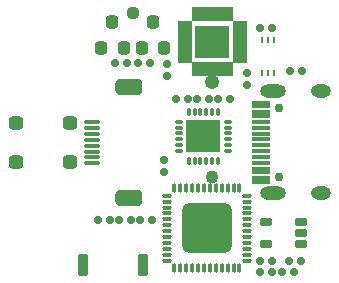
<source format=gts>
G04*
G04 #@! TF.GenerationSoftware,Altium Limited,Altium Designer,22.0.2 (36)*
G04*
G04 Layer_Color=8388736*
%FSLAX25Y25*%
%MOIN*%
G70*
G04*
G04 #@! TF.SameCoordinates,4AEEF1EB-5C28-47D6-87F3-BA9F17CF17F5*
G04*
G04*
G04 #@! TF.FilePolarity,Negative*
G04*
G01*
G75*
G04:AMPARAMS|DCode=31|XSize=21.65mil|YSize=9.84mil|CornerRadius=2.46mil|HoleSize=0mil|Usage=FLASHONLY|Rotation=270.000|XOffset=0mil|YOffset=0mil|HoleType=Round|Shape=RoundedRectangle|*
%AMROUNDEDRECTD31*
21,1,0.02165,0.00492,0,0,270.0*
21,1,0.01673,0.00984,0,0,270.0*
1,1,0.00492,-0.00246,-0.00837*
1,1,0.00492,-0.00246,0.00837*
1,1,0.00492,0.00246,0.00837*
1,1,0.00492,0.00246,-0.00837*
%
%ADD31ROUNDEDRECTD31*%
%ADD37C,0.04400*%
%ADD38R,0.11424X0.11030*%
G04:AMPARAMS|DCode=39|XSize=22mil|YSize=48mil|CornerRadius=8mil|HoleSize=0mil|Usage=FLASHONLY|Rotation=270.000|XOffset=0mil|YOffset=0mil|HoleType=Round|Shape=RoundedRectangle|*
%AMROUNDEDRECTD39*
21,1,0.02200,0.03200,0,0,270.0*
21,1,0.00600,0.04800,0,0,270.0*
1,1,0.01600,-0.01600,-0.00300*
1,1,0.01600,-0.01600,0.00300*
1,1,0.01600,0.01600,0.00300*
1,1,0.01600,0.01600,-0.00300*
%
%ADD39ROUNDEDRECTD39*%
G04:AMPARAMS|DCode=40|XSize=22mil|YSize=48mil|CornerRadius=8mil|HoleSize=0mil|Usage=FLASHONLY|Rotation=0.000|XOffset=0mil|YOffset=0mil|HoleType=Round|Shape=RoundedRectangle|*
%AMROUNDEDRECTD40*
21,1,0.02200,0.03200,0,0,0.0*
21,1,0.00600,0.04800,0,0,0.0*
1,1,0.01600,0.00300,-0.01600*
1,1,0.01600,-0.00300,-0.01600*
1,1,0.01600,-0.00300,0.01600*
1,1,0.01600,0.00300,0.01600*
%
%ADD40ROUNDEDRECTD40*%
G04:AMPARAMS|DCode=41|XSize=164mil|YSize=164mil|CornerRadius=18mil|HoleSize=0mil|Usage=FLASHONLY|Rotation=90.000|XOffset=0mil|YOffset=0mil|HoleType=Round|Shape=RoundedRectangle|*
%AMROUNDEDRECTD41*
21,1,0.16400,0.12800,0,0,90.0*
21,1,0.12800,0.16400,0,0,90.0*
1,1,0.03600,0.06400,0.06400*
1,1,0.03600,0.06400,-0.06400*
1,1,0.03600,-0.06400,-0.06400*
1,1,0.03600,-0.06400,0.06400*
%
%ADD41ROUNDEDRECTD41*%
G04:AMPARAMS|DCode=42|XSize=30.57mil|YSize=13.84mil|CornerRadius=4.46mil|HoleSize=0mil|Usage=FLASHONLY|Rotation=90.000|XOffset=0mil|YOffset=0mil|HoleType=Round|Shape=RoundedRectangle|*
%AMROUNDEDRECTD42*
21,1,0.03057,0.00492,0,0,90.0*
21,1,0.02165,0.01384,0,0,90.0*
1,1,0.00892,0.00246,0.01083*
1,1,0.00892,0.00246,-0.01083*
1,1,0.00892,-0.00246,-0.01083*
1,1,0.00892,-0.00246,0.01083*
%
%ADD42ROUNDEDRECTD42*%
G04:AMPARAMS|DCode=43|XSize=30.57mil|YSize=13.84mil|CornerRadius=4.46mil|HoleSize=0mil|Usage=FLASHONLY|Rotation=180.000|XOffset=0mil|YOffset=0mil|HoleType=Round|Shape=RoundedRectangle|*
%AMROUNDEDRECTD43*
21,1,0.03057,0.00492,0,0,180.0*
21,1,0.02165,0.01384,0,0,180.0*
1,1,0.00892,-0.01083,0.00246*
1,1,0.00892,0.01083,0.00246*
1,1,0.00892,0.01083,-0.00246*
1,1,0.00892,-0.01083,-0.00246*
%
%ADD43ROUNDEDRECTD43*%
%ADD44O,0.03156X0.01384*%
%ADD45O,0.01384X0.03156*%
G04:AMPARAMS|DCode=46|XSize=27.62mil|YSize=39mil|CornerRadius=7.91mil|HoleSize=0mil|Usage=FLASHONLY|Rotation=270.000|XOffset=0mil|YOffset=0mil|HoleType=Round|Shape=RoundedRectangle|*
%AMROUNDEDRECTD46*
21,1,0.02762,0.02319,0,0,270.0*
21,1,0.01181,0.03900,0,0,270.0*
1,1,0.01581,-0.01159,-0.00591*
1,1,0.01581,-0.01159,0.00591*
1,1,0.01581,0.01159,0.00591*
1,1,0.01581,0.01159,-0.00591*
%
%ADD46ROUNDEDRECTD46*%
G04:AMPARAMS|DCode=47|XSize=24mil|YSize=24mil|CornerRadius=7mil|HoleSize=0mil|Usage=FLASHONLY|Rotation=270.000|XOffset=0mil|YOffset=0mil|HoleType=Round|Shape=RoundedRectangle|*
%AMROUNDEDRECTD47*
21,1,0.02400,0.01000,0,0,270.0*
21,1,0.01000,0.02400,0,0,270.0*
1,1,0.01400,-0.00500,-0.00500*
1,1,0.01400,-0.00500,0.00500*
1,1,0.01400,0.00500,0.00500*
1,1,0.01400,0.00500,-0.00500*
%
%ADD47ROUNDEDRECTD47*%
G04:AMPARAMS|DCode=48|XSize=63.06mil|YSize=15.81mil|CornerRadius=4.95mil|HoleSize=0mil|Usage=FLASHONLY|Rotation=180.000|XOffset=0mil|YOffset=0mil|HoleType=Round|Shape=RoundedRectangle|*
%AMROUNDEDRECTD48*
21,1,0.06306,0.00591,0,0,180.0*
21,1,0.05315,0.01581,0,0,180.0*
1,1,0.00991,-0.02657,0.00295*
1,1,0.00991,0.02657,0.00295*
1,1,0.00991,0.02657,-0.00295*
1,1,0.00991,-0.02657,-0.00295*
%
%ADD48ROUNDEDRECTD48*%
G04:AMPARAMS|DCode=49|XSize=48mil|YSize=44mil|CornerRadius=12mil|HoleSize=0mil|Usage=FLASHONLY|Rotation=0.000|XOffset=0mil|YOffset=0mil|HoleType=Round|Shape=RoundedRectangle|*
%AMROUNDEDRECTD49*
21,1,0.04800,0.02000,0,0,0.0*
21,1,0.02400,0.04400,0,0,0.0*
1,1,0.02400,0.01200,-0.01000*
1,1,0.02400,-0.01200,-0.01000*
1,1,0.02400,-0.01200,0.01000*
1,1,0.02400,0.01200,0.01000*
%
%ADD49ROUNDEDRECTD49*%
G04:AMPARAMS|DCode=50|XSize=90mil|YSize=54mil|CornerRadius=14.5mil|HoleSize=0mil|Usage=FLASHONLY|Rotation=0.000|XOffset=0mil|YOffset=0mil|HoleType=Round|Shape=RoundedRectangle|*
%AMROUNDEDRECTD50*
21,1,0.09000,0.02500,0,0,0.0*
21,1,0.06100,0.05400,0,0,0.0*
1,1,0.02900,0.03050,-0.01250*
1,1,0.02900,-0.03050,-0.01250*
1,1,0.02900,-0.03050,0.01250*
1,1,0.02900,0.03050,0.01250*
%
%ADD50ROUNDEDRECTD50*%
G04:AMPARAMS|DCode=51|XSize=54mil|YSize=14mil|CornerRadius=4.5mil|HoleSize=0mil|Usage=FLASHONLY|Rotation=180.000|XOffset=0mil|YOffset=0mil|HoleType=Round|Shape=RoundedRectangle|*
%AMROUNDEDRECTD51*
21,1,0.05400,0.00500,0,0,180.0*
21,1,0.04500,0.01400,0,0,180.0*
1,1,0.00900,-0.02250,0.00250*
1,1,0.00900,0.02250,0.00250*
1,1,0.00900,0.02250,-0.00250*
1,1,0.00900,-0.02250,-0.00250*
%
%ADD51ROUNDEDRECTD51*%
G04:AMPARAMS|DCode=52|XSize=24mil|YSize=24mil|CornerRadius=7mil|HoleSize=0mil|Usage=FLASHONLY|Rotation=180.000|XOffset=0mil|YOffset=0mil|HoleType=Round|Shape=RoundedRectangle|*
%AMROUNDEDRECTD52*
21,1,0.02400,0.01000,0,0,180.0*
21,1,0.01000,0.02400,0,0,180.0*
1,1,0.01400,-0.00500,0.00500*
1,1,0.01400,0.00500,0.00500*
1,1,0.01400,0.00500,-0.00500*
1,1,0.01400,-0.00500,-0.00500*
%
%ADD52ROUNDEDRECTD52*%
G04:AMPARAMS|DCode=53|XSize=41.4mil|YSize=43.37mil|CornerRadius=11.35mil|HoleSize=0mil|Usage=FLASHONLY|Rotation=0.000|XOffset=0mil|YOffset=0mil|HoleType=Round|Shape=RoundedRectangle|*
%AMROUNDEDRECTD53*
21,1,0.04140,0.02067,0,0,0.0*
21,1,0.01870,0.04337,0,0,0.0*
1,1,0.02270,0.00935,-0.01034*
1,1,0.02270,-0.00935,-0.01034*
1,1,0.02270,-0.00935,0.01034*
1,1,0.02270,0.00935,0.01034*
%
%ADD53ROUNDEDRECTD53*%
G04:AMPARAMS|DCode=54|XSize=35.5mil|YSize=74.87mil|CornerRadius=9.87mil|HoleSize=0mil|Usage=FLASHONLY|Rotation=180.000|XOffset=0mil|YOffset=0mil|HoleType=Round|Shape=RoundedRectangle|*
%AMROUNDEDRECTD54*
21,1,0.03550,0.05512,0,0,180.0*
21,1,0.01575,0.07487,0,0,180.0*
1,1,0.01975,-0.00787,0.02756*
1,1,0.01975,0.00787,0.02756*
1,1,0.01975,0.00787,-0.02756*
1,1,0.01975,-0.00787,-0.02756*
%
%ADD54ROUNDEDRECTD54*%
%ADD55C,0.04337*%
%ADD56O,0.04900X0.04800*%
%ADD57O,0.08668X0.04337*%
%ADD58O,0.06699X0.04337*%
%ADD59C,0.02959*%
D31*
X93468Y75087D02*
D03*
X91500D02*
D03*
X89531D02*
D03*
Y85913D02*
D03*
X91500D02*
D03*
X93468D02*
D03*
D37*
X46600Y94900D02*
D03*
D38*
X73000Y85300D02*
D03*
X70000Y53800D02*
D03*
D39*
X63850Y79395D02*
D03*
Y81363D02*
D03*
Y83332D02*
D03*
Y85300D02*
D03*
Y87269D02*
D03*
Y89237D02*
D03*
Y91206D02*
D03*
X82150D02*
D03*
Y89237D02*
D03*
Y87269D02*
D03*
Y85300D02*
D03*
Y83332D02*
D03*
Y81363D02*
D03*
Y79395D02*
D03*
D40*
X67094Y94450D02*
D03*
X69063D02*
D03*
X71031D02*
D03*
X73000D02*
D03*
X74968D02*
D03*
X76937D02*
D03*
X78905D02*
D03*
Y76150D02*
D03*
X76937D02*
D03*
X74968D02*
D03*
X73000D02*
D03*
X71031D02*
D03*
X69063D02*
D03*
X67094D02*
D03*
D41*
X71200Y23200D02*
D03*
D42*
X60373Y9962D02*
D03*
X62342D02*
D03*
X64310D02*
D03*
X66279D02*
D03*
X68247D02*
D03*
X70216D02*
D03*
X72184D02*
D03*
X74153D02*
D03*
X76121D02*
D03*
X78090D02*
D03*
X80058D02*
D03*
X82027D02*
D03*
Y36438D02*
D03*
X80058D02*
D03*
X78090D02*
D03*
X76121D02*
D03*
X74153D02*
D03*
X72184D02*
D03*
X70216D02*
D03*
X68247D02*
D03*
X66279D02*
D03*
X64310D02*
D03*
X62342D02*
D03*
X60373D02*
D03*
D43*
X84438Y12373D02*
D03*
Y14342D02*
D03*
Y16310D02*
D03*
Y18279D02*
D03*
Y20247D02*
D03*
Y22216D02*
D03*
Y24184D02*
D03*
Y26153D02*
D03*
Y28121D02*
D03*
Y30090D02*
D03*
Y32058D02*
D03*
Y34027D02*
D03*
X57962D02*
D03*
Y32058D02*
D03*
Y30090D02*
D03*
Y28121D02*
D03*
Y26153D02*
D03*
Y24184D02*
D03*
Y22216D02*
D03*
Y20247D02*
D03*
Y18279D02*
D03*
Y16310D02*
D03*
Y14342D02*
D03*
Y12373D02*
D03*
D44*
X78268Y48879D02*
D03*
Y50847D02*
D03*
Y52816D02*
D03*
Y54784D02*
D03*
Y56753D02*
D03*
Y58721D02*
D03*
X61732D02*
D03*
Y56753D02*
D03*
Y54784D02*
D03*
Y52816D02*
D03*
Y50847D02*
D03*
Y48879D02*
D03*
D45*
X74921Y62068D02*
D03*
X72953D02*
D03*
X70984D02*
D03*
X69016D02*
D03*
X67047D02*
D03*
X65079D02*
D03*
Y45532D02*
D03*
X67047D02*
D03*
X69016D02*
D03*
X70984D02*
D03*
X72953D02*
D03*
X74921D02*
D03*
D46*
X91005Y25240D02*
D03*
Y17760D02*
D03*
X102406D02*
D03*
Y21500D02*
D03*
Y25240D02*
D03*
D47*
X89000Y8600D02*
D03*
X93000D02*
D03*
X89000Y90000D02*
D03*
X93000D02*
D03*
X103000Y75500D02*
D03*
X99000D02*
D03*
X102406Y12100D02*
D03*
X98405D02*
D03*
X96300Y8600D02*
D03*
X100300D02*
D03*
X89000Y12100D02*
D03*
X93000D02*
D03*
X53000Y26000D02*
D03*
X49000D02*
D03*
X48150Y78100D02*
D03*
X52150D02*
D03*
X44650D02*
D03*
X40650D02*
D03*
X42000Y26000D02*
D03*
X46000D02*
D03*
X35000D02*
D03*
X39000D02*
D03*
X78850Y66300D02*
D03*
X74850D02*
D03*
X67850D02*
D03*
X71850D02*
D03*
X64850D02*
D03*
X60850D02*
D03*
D48*
X89279Y38611D02*
D03*
Y39792D02*
D03*
Y41761D02*
D03*
Y42942D02*
D03*
Y44910D02*
D03*
Y46879D02*
D03*
Y48847D02*
D03*
Y50816D02*
D03*
Y52784D02*
D03*
Y54753D02*
D03*
Y56721D02*
D03*
Y58690D02*
D03*
Y60658D02*
D03*
Y61839D02*
D03*
Y63808D02*
D03*
Y64989D02*
D03*
D49*
X7500Y58200D02*
D03*
Y45200D02*
D03*
X25500D02*
D03*
Y58200D02*
D03*
D50*
X45200Y70263D02*
D03*
Y33137D02*
D03*
D51*
X32800Y58590D02*
D03*
Y56621D02*
D03*
Y54653D02*
D03*
Y52684D02*
D03*
Y50716D02*
D03*
Y48747D02*
D03*
Y46779D02*
D03*
Y44810D02*
D03*
D52*
X84500Y75000D02*
D03*
Y71000D02*
D03*
X58000Y78000D02*
D03*
Y74000D02*
D03*
X57000Y42000D02*
D03*
Y46000D02*
D03*
D53*
X35910Y83171D02*
D03*
X43390Y83171D02*
D03*
X39650Y92029D02*
D03*
X49410Y83171D02*
D03*
X56890Y83171D02*
D03*
X53150Y92029D02*
D03*
D54*
X29909Y11000D02*
D03*
X50000D02*
D03*
D55*
X72900Y40300D02*
D03*
D56*
Y71796D02*
D03*
D57*
X93373Y34772D02*
D03*
Y68828D02*
D03*
D58*
X109121Y34772D02*
D03*
Y68828D02*
D03*
D59*
X95342Y63178D02*
D03*
Y40422D02*
D03*
M02*

</source>
